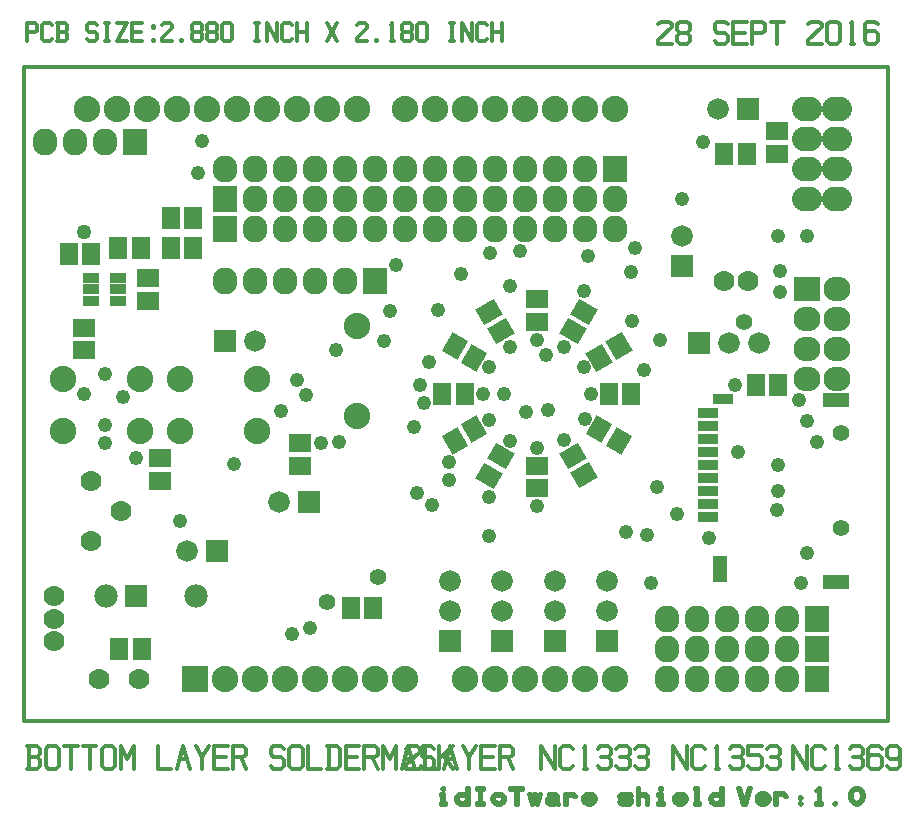
<source format=gbr>
G04 CAM350 V9.5.2 (Build 226) Date:  Mon Oct 03 15:16:43 2016 *
G04 Database: C:\new\NC1369\FINAL\0310.cam *
G04 Layer 2: 55.gbr *
%FSLAX23Y23*%
%MOIN*%
%SFA1.000B1.000*%

%MIA0B0*%
%IPPOS*%
%AMrect72x60_330*
4,1,4,-0.01618,0.04398,0.04618,0.00798,0.01618,-0.04398,-0.04618,-0.00798,-0.01618,0.04398,0.00000*
%
%AMrect72x60_300*
4,1,4,0.00798,0.04618,0.04398,-0.01618,-0.00798,-0.04618,-0.04398,0.01618,0.00798,0.04618,0.00000*
%
%AMrect72x60_240*
4,1,4,0.04398,0.01618,0.00798,-0.04618,-0.04398,-0.01618,-0.00798,0.04618,0.04398,0.01618,0.00000*
%
%AMrect72x60_210*
4,1,4,0.04618,-0.00798,-0.01618,-0.04398,-0.04618,0.00798,0.01618,0.04398,0.04618,-0.00798,0.00000*
%
%AMrect72x60_60*
4,1,4,-0.04398,-0.01618,-0.00798,0.04618,0.04398,0.01618,0.00798,-0.04618,-0.04398,-0.01618,0.00000*
%
%AMrect72x60_30*
4,1,4,-0.04618,0.00798,0.01618,0.04398,0.04618,-0.00798,-0.01618,-0.04398,-0.04618,0.00798,0.00000*
%
%AMrect72x60_150*
4,1,4,0.01618,-0.04398,-0.04618,-0.00798,-0.01618,0.04398,0.04618,0.00798,0.01618,-0.04398,0.00000*
%
%AMrect72x64_120*
4,1,4,-0.00971,-0.04718,-0.04571,0.01518,0.00971,0.04718,0.04571,-0.01518,-0.00971,-0.04718,0.00000*
%
%ADD10C,0.01200*%
%ADD12C,0.08800*%
%ADD14R,0.08800X0.08800*%
%ADD16R,0.06000X0.07200*%
%ADD17R,0.07800X0.07800*%
%ADD19C,0.07800*%
%ADD70C,0.07000*%
%ADD20R,0.07200X0.06000*%
%ADD21C,0.07200*%
%ADD24R,0.07200X0.07200*%
%ADD26C,0.04800*%
%ADD28R,0.05600X0.03200*%
%ADD29C,0.00160*%
%ADD72O,0.08200X0.09000*%
%ADD30R,0.08200X0.09000*%
%ADD32C,0.05000*%
%ADD34C,0.05600*%
%ADD37rect72x60_330*%
%ADD38rect72x60_300*%
%ADD39rect72x60_240*%
%ADD40rect72x60_210*%
%ADD41rect72x60_60*%
%ADD42rect72x60_30*%
%ADD43rect72x60_150*%
%ADD44rect72x64_120*%
%ADD45R,0.06800X0.03600*%
%ADD46R,0.08800X0.04800*%
%ADD47R,0.04800X0.08800*%
%ADD48O,0.09000X0.08200*%
%ADD50R,0.09000X0.08200*%
%ADD52O,0.10000X0.08200*%
%LN55.gbr*%
%LPD*%
G54D12*
X670Y140D03*
X770D03*
X870D03*
X970D03*
X1070D03*
X1170D03*
X1270D03*
X1470D03*
X1570D03*
X1670D03*
X1770D03*
X1870D03*
X1970D03*
Y2040D03*
X1870D03*
X1770D03*
X1670D03*
X1570D03*
X1470D03*
X1370D03*
X1270D03*
X1110D03*
X1010D03*
X910D03*
X810D03*
X710D03*
X610D03*
X510D03*
X410D03*
X310D03*
X210D03*
G54D14*
X570Y140D03*
G54D16*
X393Y240D03*
X318D03*
G54D17*
X375Y415D03*
G54D19*
X275D03*
X575D03*
G54D70*
X385Y140D03*
X251D03*
X100Y415D03*
Y340D03*
Y265D03*
X225Y600D03*
X325Y700D03*
X225Y800D03*
G54D20*
X455D03*
Y875D03*
G54D21*
X545Y564D03*
G54D24*
X645D03*
G54D12*
X386Y1140D03*
X130D03*
Y964D03*
X386D03*
X776Y1140D03*
X520D03*
Y964D03*
X776D03*
G54D26*
X375Y875D03*
X520Y664D03*
X270Y984D03*
Y924D03*
G54D16*
X390Y1575D03*
X315D03*
G54D20*
X415Y1475D03*
Y1400D03*
G54D16*
X565Y1575D03*
X490D03*
X150Y1555D03*
X225D03*
G54D28*
Y1400D03*
X315D03*
X225Y1438D03*
Y1475D03*
X315Y1438D03*
Y1475D03*
G54D20*
X200Y1310D03*
Y1235D03*
G54D26*
X270Y1154D03*
X200Y1090D03*
X330Y1079D03*
G54D72*
X170Y1930D03*
X270D03*
X70D03*
G54D30*
X370D03*
G54D16*
X565Y1675D03*
X490D03*
G54D32*
X200Y1630D03*
G54D34*
X1010Y395D03*
G54D26*
X895Y290D03*
X955Y310D03*
G54D20*
X921Y850D03*
Y925D03*
G54D12*
X1110Y1015D03*
Y1314D03*
G54D21*
X850Y730D03*
G54D24*
X950D03*
G54D26*
X1050Y930D03*
X856Y1033D03*
X991Y925D03*
X700Y854D03*
G54D21*
X770Y1265D03*
G54D24*
X670D03*
G54D72*
X970Y1465D03*
X1070D03*
X870D03*
X770D03*
X670D03*
G54D30*
X1170D03*
G54D26*
X940Y1084D03*
X910Y1134D03*
X1040Y1234D03*
G54D72*
X870Y1740D03*
X770D03*
X970D03*
X1070D03*
X1170D03*
G54D30*
X670D03*
G54D72*
X1270D03*
X1370D03*
X1470D03*
X1570D03*
X1670D03*
X1770D03*
X1870D03*
X1970D03*
X1770Y1840D03*
X1870D03*
X1670D03*
X1570D03*
X1470D03*
G54D30*
X1970D03*
G54D72*
X1370D03*
X1270D03*
X1170D03*
X1070D03*
X970D03*
X870D03*
X770D03*
X670D03*
X870Y1640D03*
X770D03*
X970D03*
X1070D03*
X1170D03*
G54D30*
X670D03*
G54D72*
X1270D03*
X1370D03*
X1470D03*
X1570D03*
X1670D03*
X1770D03*
X1870D03*
X1970D03*
G54D26*
X594Y1931D03*
X579Y1826D03*
G54D16*
X1164Y375D03*
X1089D03*
G54D21*
X1420Y465D03*
Y365D03*
G54D24*
Y265D03*
G54D34*
X1180Y479D03*
G54D37*
X1590Y881D03*
X1552Y816D03*
G54D38*
X1501Y971D03*
X1436Y933D03*
G54D26*
X1552Y1001D03*
X1416Y863D03*
X1310Y760D03*
X1552Y746D03*
X1360Y720D03*
X1300Y980D03*
X1416Y803D03*
X1550Y615D03*
G54D16*
X1470Y1090D03*
X1395D03*
G54D39*
X1501Y1210D03*
X1436Y1247D03*
G54D40*
X1590Y1298D03*
X1552Y1363D03*
G54D26*
X1530Y1090D03*
X1552Y1180D03*
X1456Y1487D03*
X1335Y1060D03*
X1320Y1120D03*
X1351Y1195D03*
X1553Y1558D03*
X1380Y1370D03*
X1200Y1264D03*
X1220Y1364D03*
X1240Y1520D03*
G54D21*
X1595Y465D03*
Y365D03*
G54D24*
Y265D03*
G54D21*
X1770Y465D03*
Y365D03*
G54D24*
Y265D03*
G54D21*
X1945Y465D03*
Y365D03*
G54D24*
Y265D03*
G54D41*
X1918Y971D03*
X1983Y933D03*
G54D42*
X1831Y882D03*
X1868Y817D03*
G54D20*
X1710Y850D03*
Y775D03*
G54D26*
X1870Y1006D03*
X1799Y935D03*
X1710Y910D03*
X1621Y932D03*
X1710Y715D03*
X2076Y620D03*
X1746Y1034D03*
X1675Y1030D03*
X2006Y630D03*
G54D43*
X1831Y1298D03*
X1868Y1363D03*
G54D44*
X1918Y1210D03*
X1983Y1247D03*
G54D16*
X1950Y1090D03*
X2025D03*
G54D20*
X1710Y1330D03*
Y1405D03*
G54D26*
X1890Y1090D03*
X1866Y1180D03*
X1620Y1245D03*
X1710Y1270D03*
X1801Y1246D03*
X1655Y1564D03*
X1867Y1432D03*
X2027Y1332D03*
X2025Y1495D03*
X2066Y1170D03*
X1739Y1220D03*
X1600Y1090D03*
X1880Y1547D03*
X1620Y1450D03*
X2037Y1576D03*
G54D72*
X2445Y140D03*
X2545D03*
X2345D03*
X2245D03*
X2145D03*
G54D30*
X2645D03*
G54D72*
X2445Y240D03*
X2545D03*
X2345D03*
X2245D03*
X2145D03*
G54D30*
X2645D03*
G54D72*
X2445Y340D03*
X2545D03*
X2345D03*
X2245D03*
X2145D03*
G54D30*
X2645D03*
G54D45*
X2280Y680D03*
Y723D03*
Y765D03*
Y809D03*
Y852D03*
Y895D03*
Y939D03*
Y982D03*
Y1025D03*
G54D46*
X2708Y1068D03*
Y463D03*
G54D47*
X2320Y506D03*
G54D45*
X2330Y1072D03*
G54D34*
X2724Y958D03*
Y643D03*
G54D26*
X2590Y460D03*
X2089Y459D03*
G54D48*
X2610Y1140D03*
Y1240D03*
Y1340D03*
X2710Y1440D03*
Y1340D03*
Y1240D03*
G54D50*
X2610Y1440D03*
G54D48*
X2710Y1140D03*
G54D26*
X2514Y852D03*
Y765D03*
X2510Y703D03*
X2380Y895D03*
X2285Y607D03*
X2110Y779D03*
X2177Y687D03*
G54D16*
X2440Y1117D03*
X2515D03*
G54D21*
X2195Y1615D03*
G54D24*
Y1515D03*
G54D21*
X2450Y1260D03*
X2350D03*
G54D24*
X2250D03*
G54D70*
X2415Y1465D03*
X2335D03*
G54D26*
X2120Y1270D03*
G54D34*
X2400Y1330D03*
G54D26*
X2520Y1430D03*
X2585Y1067D03*
X2370Y1117D03*
X2520Y1500D03*
G54D16*
X2335Y1890D03*
X2410D03*
G54D20*
X2510D03*
Y1965D03*
G54D52*
X2610Y1940D03*
X2710D03*
Y2040D03*
X2610D03*
Y1840D03*
X2710D03*
X2610Y1740D03*
X2710D03*
G54D21*
X2315Y2040D03*
G54D24*
X2415D03*
G54D26*
X2265Y1930D03*
X2515Y1615D03*
X2195Y1740D03*
X2610Y560D03*
X2645Y927D03*
X2610Y997D03*
Y1615D03*
G54D10*
X0Y0D02*
G01X2880D01*
X0Y2180D02*
G01Y0D01*
X10Y2265D02*
G01Y2325D01*
X38*
X45Y2318*
Y2300*
X38Y2295*
X10*
X95Y2273D02*
G01X88Y2265D01*
X68*
X60Y2273*
Y2318*
X68Y2325*
X88*
X95Y2318*
X138Y2295D02*
G01X145Y2303D01*
Y2318D02*
G01X138Y2325D01*
X115D02*
G01Y2265D01*
X110D02*
G01X138D01*
X145Y2273*
Y2288*
X138Y2295*
X115*
X110Y2325D02*
G01X138D01*
X145Y2318D02*
G01Y2303D01*
X210Y2273D02*
G01X218Y2265D01*
X238*
X245Y2273*
Y2288*
X238Y2295*
X218*
X210Y2303*
Y2318*
X218Y2325*
X238*
X245Y2318*
X270Y2265D02*
G01X285D01*
X278D02*
G01Y2325D01*
X270D02*
G01X285D01*
X310D02*
G01X345D01*
X310Y2265*
X345*
X395D02*
G01X360D01*
Y2325*
X395*
X360Y2295D02*
G01X390D01*
X430Y2270D02*
G01X435D01*
Y2265*
X430*
Y2270*
Y2315D02*
G01X435D01*
Y2310*
X430*
Y2315*
X460Y2318D02*
G01X468Y2325D01*
X488*
X495Y2318*
Y2310*
X460Y2265D02*
G01X495D01*
X460Y2275D02*
G01X495Y2310D01*
X460Y2275D02*
G01Y2265D01*
X525D02*
G01Y2268D01*
X528*
Y2265*
X525*
X568Y2325D02*
G01X588D01*
X595Y2318*
Y2303*
X588Y2295*
X568*
X560Y2288*
Y2273*
X568Y2265*
X588*
X595Y2273*
Y2288*
X588Y2295*
X568D02*
G01X560Y2303D01*
Y2318*
X568Y2325*
X618D02*
G01X638D01*
X645Y2318*
Y2303*
X638Y2295*
X618*
X610Y2288*
Y2273*
X618Y2265*
X638*
X645Y2273*
Y2288*
X638Y2295*
X618D02*
G01X610Y2303D01*
Y2318*
X618Y2325*
X660Y2273D02*
G01Y2318D01*
X668Y2325*
X688*
X695Y2318*
Y2273*
X688Y2265*
X668*
X660Y2273*
X770Y2265D02*
G01X785D01*
X778D02*
G01Y2325D01*
X770D02*
G01X785D01*
X810Y2265D02*
G01Y2325D01*
X845Y2265*
Y2325*
X895Y2273D02*
G01X888Y2265D01*
X868*
X860Y2273*
Y2318*
X868Y2325*
X888*
X895Y2318*
X910Y2265D02*
G01Y2325D01*
Y2295D02*
G01X945D01*
Y2325D02*
G01Y2265D01*
X1010D02*
G01X1045Y2325D01*
X1010D02*
G01X1045Y2265D01*
X1110Y2318D02*
G01X1118Y2325D01*
X1138*
X1145Y2318*
Y2310*
X1110Y2265D02*
G01X1145D01*
X1110Y2275D02*
G01X1145Y2310D01*
X1110Y2275D02*
G01Y2265D01*
X1175D02*
G01Y2268D01*
X1178*
Y2265*
X1175*
X1223D02*
G01X1233D01*
X1228D02*
G01Y2325D01*
X1223Y2320*
X1268Y2325D02*
G01X1288D01*
X1295Y2318*
Y2303*
X1288Y2295*
X1268*
X1260Y2288*
Y2273*
X1268Y2265*
X1288*
X1295Y2273*
Y2288*
X1288Y2295*
X1268D02*
G01X1260Y2303D01*
Y2318*
X1268Y2325*
X1310Y2273D02*
G01Y2318D01*
X1318Y2325*
X1338*
X1345Y2318*
Y2273*
X1338Y2265*
X1318*
X1310Y2273*
X1420Y2265D02*
G01X1435D01*
X1428D02*
G01Y2325D01*
X1420D02*
G01X1435D01*
X1460Y2265D02*
G01Y2325D01*
X1495Y2265*
Y2325*
X1545Y2273D02*
G01X1538Y2265D01*
X1518*
X1510Y2273*
Y2318*
X1518Y2325*
X1538*
X1545Y2318*
X1560Y2265D02*
G01Y2325D01*
Y2295D02*
G01X1595D01*
Y2325D02*
G01Y2265D01*
X2880Y2180D02*
G01X0D01*
X44Y-123D02*
G01X54Y-113D01*
Y-94D02*
G01X44Y-85D01*
X16D02*
G01Y-160D01*
X10D02*
G01X44D01*
X54Y-151*
Y-132*
X44Y-123*
X16*
X10Y-85D02*
G01X44D01*
X54Y-94D02*
G01Y-113D01*
X73Y-151D02*
G01Y-94D01*
X82Y-85*
X107*
X116Y-94*
Y-151*
X107Y-160*
X82*
X73Y-151*
X157Y-160D02*
G01Y-85D01*
X135D02*
G01X179D01*
X219Y-160D02*
G01Y-85D01*
X198D02*
G01X241D01*
X260Y-151D02*
G01Y-94D01*
X269Y-85*
X294*
X304Y-94*
Y-151*
X294Y-160*
X269*
X260Y-151*
X323Y-160D02*
G01Y-85D01*
X344Y-129*
X366Y-85*
Y-160*
X491D02*
G01X448D01*
Y-85*
X510Y-160D02*
G01X532Y-85D01*
X554Y-160*
X519Y-129D02*
G01X544D01*
X573Y-85D02*
G01X594Y-123D01*
Y-160*
Y-123D02*
G01X616Y-85D01*
X679Y-160D02*
G01X635D01*
Y-85*
X679*
X635Y-123D02*
G01X673D01*
X698Y-160D02*
G01Y-85D01*
X732*
X741Y-94*
Y-116*
X732Y-123*
X698*
X723D02*
G01X741Y-160D01*
X823Y-151D02*
G01X832Y-160D01*
X857*
X866Y-151*
Y-132*
X857Y-123*
X832*
X823Y-113*
Y-94*
X832Y-85*
X857*
X866Y-94*
X885Y-151D02*
G01Y-94D01*
X894Y-85*
X919*
X929Y-94*
Y-151*
X919Y-160*
X894*
X885Y-151*
X991Y-160D02*
G01X948D01*
Y-85*
X1016Y-160D02*
G01Y-85D01*
X1010D02*
G01X1044D01*
X1054Y-94*
Y-151*
X1044Y-160*
X1010*
X1116D02*
G01X1073D01*
Y-85*
X1116*
X1073Y-123D02*
G01X1110D01*
X1135Y-160D02*
G01Y-85D01*
X1169*
X1179Y-94*
Y-116*
X1169Y-123*
X1135*
X1160D02*
G01X1179Y-160D01*
X1198D02*
G01Y-85D01*
X1219Y-129*
X1241Y-85*
Y-160*
X1260D02*
G01X1282Y-85D01*
X1304Y-160*
X1269Y-129D02*
G01X1294D01*
X1323Y-151D02*
G01X1332Y-160D01*
X1357*
X1366Y-151*
Y-132*
X1357Y-123*
X1332*
X1323Y-113*
Y-94*
X1332Y-85*
X1357*
X1366Y-94*
X1385Y-160D02*
G01Y-85D01*
Y-129D02*
G01X1429Y-85D01*
X1398Y-116D02*
G01X1429Y-160D01*
X1275Y-94D02*
G01X1284Y-85D01*
X1309*
X1319Y-94*
Y-104*
X1275Y-160D02*
G01X1319D01*
X1275Y-148D02*
G01X1319Y-104D01*
X1275Y-148D02*
G01Y-160D01*
X1381D02*
G01X1338D01*
Y-85*
X1400Y-160D02*
G01X1422Y-85D01*
X1444Y-160*
X1409Y-129D02*
G01X1434D01*
X1463Y-85D02*
G01X1484Y-123D01*
Y-160*
Y-123D02*
G01X1506Y-85D01*
X1569Y-160D02*
G01X1525D01*
Y-85*
X1569*
X1525Y-123D02*
G01X1563D01*
X1588Y-160D02*
G01Y-85D01*
X1622*
X1631Y-94*
Y-116*
X1622Y-123*
X1588*
X1613D02*
G01X1631Y-160D01*
X1389Y-244D02*
G01X1401D01*
X1395Y-229D02*
G01X1396Y-231D01*
X1398Y-232*
X1400Y-231*
X1401Y-229*
X1400Y-226*
X1398*
X1396*
X1395Y-229*
X1389Y-244D02*
G01Y-250D01*
X1395*
Y-274*
X1389*
Y-280*
X1407*
Y-274*
X1401*
Y-244*
G54D29*
X1406Y-279D02*
G01Y-275D01*
X1405*
Y-279*
X1404*
Y-275*
X1402*
Y-279*
X1401D02*
G01Y-245D01*
Y-230D02*
G01Y-228D01*
X1399Y-279D02*
G01Y-245D01*
Y-231D02*
G01Y-227D01*
X1398Y-279D02*
G01Y-245D01*
Y-231D02*
G01Y-226D01*
X1396Y-279D02*
G01Y-245D01*
Y-230D02*
G01Y-227D01*
X1395Y-279D02*
G01Y-275D01*
Y-249D02*
G01Y-245D01*
X1393Y-279D02*
G01Y-275D01*
Y-249D02*
G01Y-245D01*
X1392Y-279D02*
G01Y-275D01*
Y-249D02*
G01Y-245D01*
X1390Y-279D02*
G01Y-275D01*
Y-249D02*
G01Y-245D01*
Y-279D02*
G01Y-275D01*
Y-249D02*
G01Y-245D01*
G54D10*
X1459Y-244D02*
G01X1455D01*
X1452Y-245*
X1450Y-246*
X1447Y-248*
X1445Y-250*
X1443Y-253*
X1442Y-256*
X1441Y-259*
Y-262*
Y-265*
X1442Y-268*
X1443Y-271*
X1445Y-274*
X1447Y-276*
X1450Y-278*
X1452Y-279*
X1455Y-280*
X1459*
Y-244D02*
G01X1465D01*
X1459Y-280D02*
G01X1466D01*
X1483D02*
G01Y-226D01*
Y-280D02*
G01X1477D01*
Y-226D02*
G01X1483D01*
X1465Y-274D02*
G01X1467D01*
X1469Y-273*
X1471Y-272*
X1472Y-271*
X1474Y-270*
X1475Y-268*
X1476Y-266*
X1477Y-264*
Y-262*
Y-260*
X1476Y-258*
X1475Y-256*
X1474Y-254*
X1472Y-253*
X1471Y-251*
X1469Y-250*
X1467*
X1465*
X1459D02*
G01X1457D01*
X1455*
X1453Y-251*
X1451Y-253*
X1449Y-254*
X1448Y-256*
X1447Y-258*
Y-260*
Y-262*
Y-264*
Y-266*
X1448Y-268*
X1449Y-270*
X1451Y-271*
X1453Y-272*
X1455Y-273*
X1457Y-274*
X1459*
X1465Y-250D02*
G01X1459D01*
Y-274D02*
G01X1465D01*
X1466Y-280D02*
G01X1469D01*
X1472Y-279*
X1474Y-277*
X1477Y-276*
Y-248D02*
G01X1474Y-246D01*
X1471Y-245*
X1468Y-244*
X1465*
X1477Y-275D02*
G01Y-280D01*
Y-248D02*
G01Y-226D01*
G54D29*
X1482Y-279D02*
G01Y-226D01*
X1481*
Y-279*
X1479*
Y-226*
X1478*
Y-279*
X1476Y-275D02*
G01Y-266D01*
Y-257D02*
G01Y-249D01*
X1475Y-276D02*
G01Y-269D01*
Y-254D02*
G01Y-248D01*
X1473Y-277D02*
G01Y-271D01*
Y-253D02*
G01Y-247D01*
X1472Y-278D02*
G01Y-272D01*
Y-251D02*
G01Y-246D01*
X1470Y-278D02*
G01Y-273D01*
Y-250D02*
G01Y-245D01*
X1469Y-279D02*
G01Y-274D01*
Y-250D02*
G01Y-245D01*
X1468Y-279D02*
G01Y-274D01*
Y-249D02*
G01Y-245D01*
X1466Y-279D02*
G01Y-275D01*
Y-249D02*
G01Y-245D01*
X1465Y-279D02*
G01Y-275D01*
Y-249D02*
G01Y-245D01*
X1463Y-279D02*
G01Y-275D01*
Y-249D02*
G01Y-245D01*
X1462Y-279D02*
G01Y-275D01*
Y-249D02*
G01Y-245D01*
X1460Y-279D02*
G01Y-275D01*
Y-249D02*
G01Y-245D01*
X1459Y-279D02*
G01Y-275D01*
Y-249D02*
G01Y-245D01*
X1457Y-279D02*
G01Y-275D01*
Y-249D02*
G01Y-245D01*
X1456Y-279D02*
G01Y-274D01*
Y-249D02*
G01Y-245D01*
X1454Y-279D02*
G01Y-274D01*
Y-250D02*
G01Y-245D01*
X1453Y-278D02*
G01Y-273D01*
Y-250D02*
G01Y-245D01*
X1452Y-278D02*
G01Y-272D01*
Y-251D02*
G01Y-246D01*
X1450Y-277D02*
G01Y-271D01*
Y-253D02*
G01Y-247D01*
X1449Y-276D02*
G01Y-269D01*
Y-254D02*
G01Y-248D01*
X1447Y-275D02*
G01Y-266D01*
Y-257D02*
G01Y-249D01*
X1446Y-250D02*
G01Y-274D01*
X1444Y-272*
Y-252*
X1443Y-254*
Y-270*
X1441Y-266*
Y-257*
Y-266*
G54D10*
X1510Y-280D02*
G01Y-274D01*
X1519*
Y-232*
X1510*
Y-226*
X1534*
Y-232*
X1525*
Y-274*
X1534*
Y-280*
X1510*
G54D29*
X1533Y-279D02*
G01Y-275D01*
Y-231D02*
G01Y-226D01*
X1532Y-279D02*
G01Y-275D01*
Y-231D02*
G01Y-226D01*
X1531Y-279D02*
G01Y-275D01*
Y-231D02*
G01Y-226D01*
X1529Y-279D02*
G01Y-275D01*
Y-231D02*
G01Y-226D01*
X1528Y-279D02*
G01Y-275D01*
Y-231D02*
G01Y-226D01*
X1526Y-279D02*
G01Y-275D01*
Y-231D02*
G01Y-226D01*
X1525Y-279D02*
G01Y-226D01*
X1523*
Y-279*
X1522*
Y-226*
X1520*
Y-279*
X1519D02*
G01Y-275D01*
Y-231D02*
G01Y-226D01*
X1517Y-279D02*
G01Y-275D01*
Y-231D02*
G01Y-226D01*
X1516Y-279D02*
G01Y-275D01*
Y-231D02*
G01Y-226D01*
X1515Y-279D02*
G01Y-275D01*
Y-231D02*
G01Y-226D01*
X1513Y-279D02*
G01Y-275D01*
Y-231D02*
G01Y-226D01*
X1512Y-279D02*
G01Y-275D01*
Y-231D02*
G01Y-226D01*
X1511Y-279D02*
G01Y-275D01*
Y-231D02*
G01Y-226D01*
G54D10*
X1580Y-244D02*
G01X1576D01*
X1573Y-245*
X1571Y-246*
X1568Y-248*
X1566Y-250*
X1564Y-253*
X1563Y-256*
X1562Y-259*
Y-262*
Y-265*
X1563Y-268*
X1564Y-271*
X1566Y-274*
X1568Y-276*
X1571Y-278*
X1573Y-279*
X1576Y-280*
X1580*
X1586D02*
G01X1589D01*
X1592Y-279*
X1595Y-278*
X1597Y-276*
X1600Y-274*
X1601Y-271*
X1603Y-268*
X1604Y-265*
Y-262*
Y-259*
X1603Y-256*
X1601Y-253*
X1600Y-250*
X1597Y-248*
X1595Y-246*
X1592Y-245*
X1589Y-244*
X1586*
X1580D02*
G01X1586D01*
X1580Y-280D02*
G01X1586D01*
X1580Y-250D02*
G01X1578D01*
X1576*
X1574Y-251*
X1572Y-253*
X1570Y-254*
X1569Y-256*
X1568Y-258*
Y-260*
Y-262*
Y-264*
Y-266*
X1569Y-268*
X1570Y-270*
X1572Y-271*
X1574Y-272*
X1576Y-273*
X1578Y-274*
X1580*
X1586D02*
G01X1588D01*
X1590Y-273*
X1592Y-272*
X1593Y-271*
X1595Y-270*
X1596Y-268*
X1597Y-266*
X1598Y-264*
Y-262*
Y-260*
X1597Y-258*
X1596Y-256*
X1595Y-254*
X1593Y-253*
X1592Y-251*
X1590Y-250*
X1588*
X1586*
Y-250D02*
G01X1580D01*
Y-274D02*
G01X1586D01*
G54D29*
X1575Y-279D02*
G01X1590D01*
X1594Y-278*
X1572*
X1569Y-276*
X1596*
X1598Y-275*
X1568*
X1566Y-273D02*
G01X1575D01*
X1590D02*
G01X1599D01*
X1565Y-272D02*
G01X1572D01*
X1593D02*
G01X1600D01*
X1564Y-270D02*
G01X1570D01*
X1595D02*
G01X1601D01*
X1564Y-269D02*
G01X1569D01*
X1596D02*
G01X1602D01*
X1563Y-268D02*
G01X1568D01*
X1597D02*
G01X1602D01*
X1563Y-266D02*
G01X1568D01*
X1598D02*
G01X1603D01*
X1563Y-265D02*
G01X1567D01*
X1598D02*
G01X1603D01*
X1562Y-263D02*
G01X1567D01*
X1599D02*
G01X1603D01*
X1562Y-262D02*
G01X1567D01*
X1599D02*
G01X1603D01*
X1562Y-260D02*
G01X1567D01*
X1598D02*
G01X1603D01*
X1563Y-259D02*
G01X1567D01*
X1598D02*
G01X1603D01*
X1563Y-257D02*
G01X1568D01*
X1598D02*
G01X1602D01*
X1563Y-256D02*
G01X1568D01*
X1597D02*
G01X1602D01*
X1564Y-254D02*
G01X1569D01*
X1596D02*
G01X1601D01*
X1565Y-253D02*
G01X1571D01*
X1595D02*
G01X1601D01*
X1565Y-252D02*
G01X1572D01*
X1593D02*
G01X1600D01*
X1567Y-250D02*
G01X1576D01*
X1589D02*
G01X1599D01*
X1597Y-249D02*
G01X1568D01*
X1570Y-247*
X1596*
X1593Y-246*
X1572*
X1575Y-245*
X1590*
G54D10*
X1622Y-232D02*
G01Y-226D01*
X1664*
Y-232*
X1646*
Y-280*
X1640*
Y-232*
X1622*
G54D29*
X1623Y-226D02*
G01Y-231D01*
X1624*
Y-226*
X1626*
Y-231*
X1627*
Y-226*
X1629*
Y-231*
X1630*
Y-226*
X1632*
Y-231*
X1633*
Y-226*
X1634*
Y-231*
X1636*
Y-226*
X1637*
Y-231*
X1639*
Y-226*
X1640*
Y-279*
X1642*
Y-226*
X1643*
Y-279*
X1645*
Y-226*
X1646*
Y-279*
X1648Y-231*
Y-226*
X1649*
Y-231*
X1650*
Y-226*
X1652*
Y-231*
X1653*
Y-226*
X1655*
Y-231*
X1656*
Y-226*
X1658*
Y-231*
X1659*
Y-226*
X1661*
Y-231*
X1662*
Y-226*
X1664*
Y-231*
Y-226*
G54D10*
X1683Y-244D02*
G01X1693Y-280D01*
X1714D02*
G01X1725Y-244D01*
X1683D02*
G01X1689D01*
X1695Y-264*
X1701Y-244*
X1707*
X1713Y-264*
X1714Y-280D02*
G01X1711D01*
X1704Y-254*
X1693Y-280D02*
G01X1696D01*
X1704Y-254*
X1725Y-244D02*
G01X1719D01*
X1713Y-264*
G54D29*
X1684Y-244D02*
G01X1694Y-279D01*
X1695*
X1685Y-244*
X1687*
X1696Y-278*
X1697Y-275*
X1688Y-244*
X1695Y-264*
X1698Y-273*
X1699Y-270*
X1696Y-261*
X1697Y-259*
X1699Y-267*
X1700Y-265*
X1698Y-256*
Y-253*
X1701Y-262*
X1702Y-260*
X1699Y-251*
X1700Y-248*
X1702Y-257*
X1703Y-254*
X1701Y-246*
X1702Y-244*
X1712Y-279*
X1713*
X1703Y-244*
X1705*
X1714Y-278*
X1715Y-275*
X1706Y-244*
X1713Y-264*
X1716Y-273*
X1717Y-270*
X1714Y-261*
X1715Y-259*
X1718Y-267*
Y-265*
X1716Y-256*
Y-253*
X1719Y-262*
X1720Y-260*
X1717Y-251*
X1718Y-248*
X1721Y-257*
Y-254*
X1719Y-246*
X1720Y-244*
X1722Y-252*
X1723Y-249*
X1721Y-244*
X1723*
X1724Y-247*
Y-244*
G54D10*
X1779Y-256D02*
G01Y-271D01*
X1767Y-244D02*
G01X1749D01*
X1755Y-280D02*
G01X1767D01*
X1768Y-256D02*
G01X1755D01*
X1749Y-244D02*
G01Y-250D01*
X1768*
X1774Y-256D02*
G01X1772Y-252D01*
X1768Y-250*
X1779Y-271D02*
G01X1781Y-275D01*
X1785Y-277*
Y-280D02*
G01Y-277D01*
X1768Y-274D02*
G01X1772Y-272D01*
X1774Y-268*
X1772Y-264*
X1768Y-262*
X1756D02*
G01X1752Y-264D01*
X1750Y-268*
X1752Y-272*
X1756Y-274*
Y-274D02*
G01X1768D01*
X1756Y-262D02*
G01X1768D01*
X1774Y-258D02*
G01X1772Y-257D01*
X1770Y-256*
X1768*
X1774Y-258D02*
G01Y-256D01*
X1767Y-280D02*
G01X1769D01*
X1772Y-279*
X1774Y-278*
X1776Y-277*
Y-277D02*
G01X1779Y-279D01*
X1782Y-280*
X1785*
X1755Y-256D02*
G01X1753D01*
X1751Y-257*
X1749*
X1747Y-259*
X1746Y-260*
X1745Y-262*
X1744Y-264*
X1743Y-266*
Y-268*
Y-270*
X1744Y-272*
X1745Y-274*
X1746Y-276*
X1747Y-277*
X1749Y-278*
X1751Y-279*
X1753Y-280*
X1755*
X1779Y-256D02*
G01Y-254D01*
Y-252*
X1778Y-250*
X1776Y-248*
X1775Y-247*
X1773Y-245*
X1771Y-244*
X1769*
X1767*
G54D29*
X1752Y-279D02*
G01X1771D01*
X1781D02*
G01X1785D01*
X1749Y-278D02*
G01X1774D01*
X1777D02*
G01X1785D01*
X1747Y-276D02*
G01X1782D01*
X1780Y-275*
X1746*
X1745Y-273D02*
G01X1753D01*
X1771D02*
G01X1779D01*
X1745Y-272D02*
G01X1751D01*
X1773D02*
G01X1779D01*
X1744Y-271D02*
G01X1750D01*
X1774D02*
G01X1779D01*
X1744Y-269D02*
G01X1749D01*
X1775D02*
G01X1779D01*
X1744Y-268D02*
G01X1749D01*
X1775D02*
G01X1779D01*
X1744Y-266D02*
G01X1749D01*
X1775D02*
G01X1779D01*
X1744Y-265D02*
G01X1750D01*
X1774D02*
G01X1779D01*
X1745Y-263D02*
G01X1751D01*
X1773D02*
G01X1779D01*
X1745Y-262D02*
G01X1779D01*
Y-260*
X1746*
X1748Y-259*
X1779*
X1750Y-257D02*
G01X1772D01*
X1774D02*
G01X1779D01*
X1754Y-256D02*
G01X1769D01*
X1774D02*
G01X1779D01*
X1778Y-255D02*
G01X1774D01*
Y-253*
X1778*
Y-252*
X1773*
X1771Y-250*
X1777*
X1776Y-249*
X1750*
Y-247*
X1775*
X1773Y-246*
X1750*
Y-245*
X1771*
G54D10*
X1804Y-280D02*
G01Y-244D01*
X1840Y-256D02*
G01Y-254D01*
X1839Y-252*
X1838Y-250*
X1837Y-248*
X1835Y-247*
X1834Y-245*
X1832Y-244*
X1830*
X1828*
X1816D02*
G01X1813D01*
X1811*
X1810Y-245*
X1816Y-244D02*
G01X1828D01*
X1840Y-256D02*
G01X1834D01*
Y-256D02*
G01X1832Y-252D01*
X1828Y-250*
Y-250D02*
G01X1816D01*
Y-250D02*
G01X1811Y-252D01*
X1810Y-256*
Y-256D02*
G01Y-280D01*
X1804Y-244D02*
G01X1810D01*
Y-245*
Y-280D02*
G01X1804D01*
G54D29*
X1839Y-255D02*
G01Y-252D01*
X1838Y-250*
Y-255*
X1836*
Y-248*
X1835Y-247*
Y-255*
X1833Y-252*
Y-246*
X1832Y-245*
Y-250*
X1830*
Y-245*
X1829*
Y-249*
X1827*
Y-245*
X1826*
Y-249*
X1824*
Y-245*
X1823*
Y-249*
X1822*
Y-245*
X1820*
Y-249*
X1819*
Y-245*
X1817*
Y-249*
X1816*
Y-245*
X1814*
Y-249*
X1813Y-250*
Y-245*
X1811*
Y-251*
X1810Y-253*
Y-246*
X1808Y-245*
Y-279*
X1807*
Y-245*
X1806*
Y-279*
X1804*
Y-245*
G54D10*
X1882Y-244D02*
G01X1879D01*
X1876Y-245*
X1873Y-246*
X1870Y-248*
X1868Y-250*
X1866Y-253*
X1865Y-256*
X1864Y-259*
Y-262*
Y-265*
X1865Y-268*
X1866Y-271*
X1868Y-274*
X1870Y-276*
X1873Y-278*
X1876Y-279*
X1879Y-280*
X1882*
X1906Y-262D02*
G01Y-259D01*
X1905Y-256*
X1904Y-253*
X1902Y-250*
X1900Y-248*
X1897Y-246*
X1894Y-245*
X1891Y-244*
X1888*
Y-244D02*
G01X1882D01*
G54D29*
X1893Y-245D02*
G01X1878D01*
X1874Y-246*
X1896*
X1898Y-247*
X1872*
X1870Y-249*
X1900*
X1901Y-250D02*
G01X1893D01*
X1877D02*
G01X1869D01*
X1902Y-252D02*
G01X1896D01*
X1874D02*
G01X1868D01*
X1903Y-253D02*
G01X1898D01*
X1873D02*
G01X1867D01*
X1904Y-255D02*
G01X1899D01*
X1871D02*
G01X1866D01*
X1905Y-256D02*
G01X1900D01*
X1871D02*
G01X1866D01*
X1905Y-258D02*
G01X1900D01*
X1870D02*
G01X1865D01*
X1905Y-259D02*
G01X1865D01*
Y-261*
X1905*
X1906Y-262*
X1865*
Y-263*
X1905*
Y-265*
X1865*
Y-266*
X1870*
X1871Y-268*
X1866*
Y-269*
X1872*
X1873Y-271*
X1867*
X1902Y-272D02*
G01X1895D01*
X1875D02*
G01X1868D01*
X1901Y-274D02*
G01X1892D01*
X1878D02*
G01X1869D01*
X1870Y-275D02*
G01X1900D01*
X1898Y-277*
X1872*
X1875Y-278*
X1896*
X1893Y-279*
X1878*
G54D10*
X1888Y-274D02*
G01X1890D01*
X1892Y-273*
X1894Y-272*
X1896Y-271*
X1888Y-280D02*
G01X1891D01*
X1894Y-279*
X1897Y-278*
X1900Y-276*
X1902Y-274*
X1904Y-271*
Y-271D02*
G01X1896D01*
X1882Y-280D02*
G01X1888D01*
X1882Y-274D02*
G01X1888D01*
X1900Y-259D02*
G01X1870D01*
X1882Y-250D02*
G01X1880D01*
X1878*
X1876Y-251*
X1875Y-252*
X1873Y-254*
X1872Y-255*
X1871Y-257*
X1870Y-259*
Y-265D02*
G01X1871Y-267D01*
X1872Y-269*
X1873Y-270*
X1875Y-271*
X1876Y-273*
X1878*
X1880Y-274*
X1882*
X1900Y-259D02*
G01X1899Y-257D01*
X1898Y-255*
X1897Y-254*
X1896Y-252*
X1894Y-251*
X1892Y-250*
X1890*
X1888*
X1906Y-265D02*
G01Y-262D01*
Y-265D02*
G01X1870D01*
X1882Y-250D02*
G01X1888D01*
X2027Y-253D02*
G01X2025Y-246D01*
X2018Y-244*
Y-244D02*
G01X1996D01*
X2017Y-280D02*
G01X1994D01*
X1985Y-271D02*
G01X1988Y-277D01*
X1994Y-280*
X2017Y-259D02*
G01X1996D01*
Y-265D02*
G01X2018D01*
Y-274D02*
G01X1994D01*
X1985Y-271D02*
G01X1991D01*
X1996Y-250D02*
G01X2018D01*
X2027Y-253D02*
G01X2021D01*
Y-253D02*
G01X2020Y-251D01*
X2018Y-250*
X1996Y-244D02*
G01X1994D01*
X1992*
X1990Y-245*
X1989Y-246*
X1987Y-247*
X1986Y-249*
Y-251*
X1985Y-252*
Y-254*
Y-256*
X1986Y-258*
Y-260*
X1987Y-261*
X1989Y-262*
X1990Y-263*
X1992Y-264*
X1994Y-265*
X1996*
Y-250D02*
G01X1992Y-251D01*
X1991Y-254*
X1992Y-257*
X1996Y-259*
X2017Y-280D02*
G01X2019D01*
X2020Y-279*
X2022*
X2024Y-278*
X2025Y-276*
X2026Y-275*
X2027Y-273*
Y-271*
Y-269*
Y-268*
Y-266*
X2026Y-264*
X2025Y-263*
X2024Y-261*
X2022Y-260*
X2020Y-259*
X2019*
X2017*
X2018Y-274D02*
G01X2021Y-273D01*
X2023Y-269*
X2021Y-266*
X2018Y-265*
X1991Y-271D02*
G01X1992Y-273D01*
X1994Y-274*
G54D29*
X2021Y-245D02*
G01X1992D01*
X1990Y-246*
X2023*
X2025Y-247*
X1988*
X1987Y-249*
X2026*
Y-250D02*
G01X2021D01*
X1993D02*
G01X1987D01*
X2026Y-252D02*
G01X2022D01*
X1991D02*
G01X1986D01*
X1990Y-253D02*
G01X1986D01*
Y-255*
X1990*
X1991Y-256*
X1986*
Y-258*
X1992*
X2018Y-259*
X1987*
X1988Y-261*
X2022*
X2023Y-262*
X1989*
X1991Y-263*
X2025*
X2026Y-265*
X1996*
X2022Y-266*
X2026*
Y-268*
X2023*
X2024Y-269*
X2027*
X2026Y-271*
X2023*
X2026Y-272D02*
G01X2023D01*
X1991D02*
G01X1986D01*
X2026Y-274D02*
G01X2021D01*
X1992D02*
G01X1986D01*
X1987Y-275D02*
G01X2025D01*
X2024Y-277*
X1988*
X1989Y-278*
X2022*
X2020Y-279*
X1991*
G54D10*
X2052Y-248D02*
G01Y-226D01*
X2064Y-244D02*
G01X2060D01*
X2057Y-245*
X2054Y-246*
X2052Y-248*
X2082Y-262D02*
G01Y-259D01*
X2081Y-256*
X2079Y-253*
X2078Y-250*
X2075Y-248*
X2073Y-246*
X2070Y-245*
X2067Y-244*
X2064*
X2082Y-262D02*
G01Y-280D01*
X2046Y-226D02*
G01X2052D01*
X2082Y-280D02*
G01X2076D01*
Y-259*
X2046Y-226D02*
G01Y-280D01*
X2052*
X2076Y-259D02*
G01X2075Y-257D01*
X2074Y-255*
X2073Y-253*
X2071Y-252*
X2069Y-251*
X2067Y-250*
X2065*
X2063*
X2060*
X2058Y-251*
X2056Y-252*
X2055Y-253*
X2053Y-255*
X2052Y-257*
Y-259*
Y-259D02*
G01Y-280D01*
G54D29*
X2046Y-226D02*
G01Y-279D01*
X2048*
Y-226*
X2049*
Y-279*
X2051*
Y-226*
X2052Y-249*
Y-257*
X2054Y-254*
Y-248*
X2055Y-247*
Y-252*
X2056Y-251*
Y-246*
X2058Y-245*
Y-250*
X2059*
Y-245*
X2061*
Y-249*
X2062*
Y-245*
X2064*
Y-249*
X2065*
Y-245*
X2067*
Y-249*
X2068Y-250*
Y-245*
X2070*
Y-250*
X2071Y-251*
Y-246*
X2072Y-247*
Y-253*
X2074Y-254*
Y-248*
X2075Y-249*
Y-257*
X2077Y-279*
Y-250*
X2078Y-252*
Y-279*
X2080*
Y-254*
X2081Y-257*
Y-279*
G54D10*
X2115Y-244D02*
G01X2127D01*
X2121Y-229D02*
G01X2122Y-231D01*
X2124Y-232*
X2126Y-231*
X2127Y-229*
X2126Y-226*
X2124*
X2122*
X2121Y-229*
X2115Y-244D02*
G01Y-250D01*
X2121*
Y-274*
X2115*
Y-280*
X2133*
Y-274*
X2127*
Y-244*
G54D29*
X2132Y-279D02*
G01Y-275D01*
X2131*
Y-279*
X2130*
Y-275*
X2128*
Y-279*
X2127D02*
G01Y-245D01*
Y-230D02*
G01Y-228D01*
X2125Y-279D02*
G01Y-245D01*
Y-231D02*
G01Y-227D01*
X2124Y-279D02*
G01Y-245D01*
Y-231D02*
G01Y-226D01*
X2122Y-279D02*
G01Y-245D01*
Y-230D02*
G01Y-227D01*
X2121Y-279D02*
G01Y-275D01*
Y-249D02*
G01Y-245D01*
X2119Y-279D02*
G01Y-275D01*
Y-249D02*
G01Y-245D01*
X2118Y-279D02*
G01Y-275D01*
Y-249D02*
G01Y-245D01*
X2116Y-279D02*
G01Y-275D01*
Y-249D02*
G01Y-245D01*
Y-279D02*
G01Y-275D01*
Y-249D02*
G01Y-245D01*
G54D10*
X2185Y-244D02*
G01X2181D01*
X2178Y-245*
X2176Y-246*
X2173Y-248*
X2171Y-250*
X2169Y-253*
X2168Y-256*
X2167Y-259*
Y-262*
Y-265*
X2168Y-268*
X2169Y-271*
X2171Y-274*
X2173Y-276*
X2176Y-278*
X2178Y-279*
X2181Y-280*
X2185*
X2209Y-262D02*
G01Y-259D01*
X2208Y-256*
X2206Y-253*
X2205Y-250*
X2202Y-248*
X2200Y-246*
X2197Y-245*
X2194Y-244*
X2191*
Y-244D02*
G01X2185D01*
G54D29*
X2195Y-245D02*
G01X2180D01*
X2177Y-246*
X2199*
X2201Y-247*
X2174*
X2173Y-249*
X2203*
X2204Y-250D02*
G01X2195D01*
X2180D02*
G01X2171D01*
X2205Y-252D02*
G01X2198D01*
X2177D02*
G01X2170D01*
X2206Y-253D02*
G01X2200D01*
X2175D02*
G01X2169D01*
X2207Y-255D02*
G01X2201D01*
X2174D02*
G01X2169D01*
X2207Y-256D02*
G01X2202D01*
X2173D02*
G01X2168D01*
X2208Y-258D02*
G01X2203D01*
X2172D02*
G01X2168D01*
X2208Y-259D02*
G01X2168D01*
X2167Y-261*
X2208*
Y-262*
X2167*
Y-263*
X2208*
Y-265*
X2168*
Y-266*
X2173*
Y-268*
X2168*
X2169Y-269*
X2174*
X2175Y-271*
X2170*
X2205Y-272D02*
G01X2198D01*
X2177D02*
G01X2170D01*
X2204Y-274D02*
G01X2194D01*
X2181D02*
G01X2172D01*
X2173Y-275D02*
G01X2202D01*
X2201Y-277*
X2175*
X2177Y-278*
X2198*
X2195Y-279*
X2180*
G54D10*
X2191Y-274D02*
G01X2193D01*
X2195Y-273*
X2197Y-272*
X2198Y-271*
X2191Y-280D02*
G01X2194D01*
X2197Y-279*
X2200Y-278*
X2202Y-276*
X2204Y-274*
X2206Y-271*
X2198*
X2185Y-280D02*
G01X2191D01*
X2185Y-274D02*
G01X2191D01*
X2202Y-259D02*
G01X2173D01*
X2185Y-250D02*
G01X2183D01*
X2181*
X2179Y-251*
X2177Y-252*
X2176Y-254*
X2174Y-255*
Y-257*
X2173Y-259*
Y-265D02*
G01X2174Y-267D01*
Y-269*
X2176Y-270*
X2177Y-271*
X2179Y-273*
X2181*
X2183Y-274*
X2185*
X2202Y-259D02*
G01Y-257D01*
X2201Y-255*
X2200Y-254*
X2198Y-252*
X2196Y-251*
X2195Y-250*
X2193*
X2191*
X2209Y-265D02*
G01Y-262D01*
Y-265D02*
G01X2173D01*
X2185Y-250D02*
G01X2191D01*
X2248Y-226D02*
G01X2242D01*
Y-274D02*
G01X2236D01*
Y-280*
X2254*
Y-274*
X2248*
Y-226*
X2236*
Y-232*
X2242*
Y-274*
G54D29*
X2253Y-279D02*
G01Y-275D01*
X2252*
Y-279*
X2251*
Y-275*
X2249*
Y-279*
X2248D02*
G01Y-226D01*
X2246Y-279D02*
G01Y-226D01*
X2245Y-279D02*
G01Y-226D01*
X2243*
Y-279*
X2242D02*
G01Y-275D01*
Y-231D02*
G01Y-226D01*
X2240Y-279D02*
G01Y-275D01*
Y-231D02*
G01Y-226D01*
X2239Y-279D02*
G01Y-275D01*
Y-231D02*
G01Y-226D01*
X2237Y-279D02*
G01Y-275D01*
Y-231D02*
G01Y-226D01*
Y-279D02*
G01Y-275D01*
Y-231D02*
G01Y-226D01*
G54D10*
X2306Y-244D02*
G01X2302D01*
X2299Y-245*
X2297Y-246*
X2294Y-248*
X2292Y-250*
X2290Y-253*
X2289Y-256*
X2288Y-259*
Y-262*
Y-265*
X2289Y-268*
X2290Y-271*
X2292Y-274*
X2294Y-276*
X2297Y-278*
X2299Y-279*
X2302Y-280*
X2306*
Y-244D02*
G01X2312D01*
X2306Y-280D02*
G01X2313D01*
X2330D02*
G01Y-226D01*
Y-280D02*
G01X2324D01*
Y-226D02*
G01X2330D01*
X2312Y-274D02*
G01X2314D01*
X2316Y-273*
X2318Y-272*
X2319Y-271*
X2321Y-270*
X2322Y-268*
X2323Y-266*
X2324Y-264*
Y-262*
Y-260*
X2323Y-258*
X2322Y-256*
X2321Y-254*
X2319Y-253*
X2318Y-251*
X2316Y-250*
X2314*
X2312*
X2306D02*
G01X2304D01*
X2302*
X2300Y-251*
X2298Y-253*
X2296Y-254*
X2295Y-256*
X2294Y-258*
Y-260*
Y-262*
Y-264*
Y-266*
X2295Y-268*
X2296Y-270*
X2298Y-271*
X2300Y-272*
X2302Y-273*
X2304Y-274*
X2306*
X2312Y-250D02*
G01X2306D01*
Y-274D02*
G01X2312D01*
X2313Y-280D02*
G01X2316D01*
X2319Y-279*
X2321Y-277*
X2324Y-276*
Y-248D02*
G01X2321Y-246D01*
X2318Y-245*
X2315Y-244*
X2312*
X2324Y-275D02*
G01Y-280D01*
Y-248D02*
G01Y-226D01*
G54D29*
X2329Y-279D02*
G01Y-226D01*
X2328*
Y-279*
X2326*
Y-226*
X2325*
Y-279*
X2323Y-275D02*
G01Y-266D01*
Y-257D02*
G01Y-249D01*
X2322Y-276D02*
G01Y-269D01*
Y-254D02*
G01Y-248D01*
X2320Y-277D02*
G01Y-271D01*
Y-253D02*
G01Y-247D01*
X2319Y-278D02*
G01Y-272D01*
Y-251D02*
G01Y-246D01*
X2317Y-278D02*
G01Y-273D01*
Y-250D02*
G01Y-245D01*
X2316Y-279D02*
G01Y-274D01*
Y-250D02*
G01Y-245D01*
X2315Y-279D02*
G01Y-274D01*
Y-249D02*
G01Y-245D01*
X2313Y-279D02*
G01Y-275D01*
Y-249D02*
G01Y-245D01*
X2312Y-279D02*
G01Y-275D01*
Y-249D02*
G01Y-245D01*
X2310Y-279D02*
G01Y-275D01*
Y-249D02*
G01Y-245D01*
X2309Y-279D02*
G01Y-275D01*
Y-249D02*
G01Y-245D01*
X2307Y-279D02*
G01Y-275D01*
Y-249D02*
G01Y-245D01*
X2306Y-279D02*
G01Y-275D01*
Y-249D02*
G01Y-245D01*
X2304Y-279D02*
G01Y-275D01*
Y-249D02*
G01Y-245D01*
X2303Y-279D02*
G01Y-274D01*
Y-249D02*
G01Y-245D01*
X2301Y-279D02*
G01Y-274D01*
Y-250D02*
G01Y-245D01*
X2300Y-278D02*
G01Y-273D01*
Y-250D02*
G01Y-245D01*
X2299Y-278D02*
G01Y-272D01*
Y-251D02*
G01Y-246D01*
X2297Y-277D02*
G01Y-271D01*
Y-253D02*
G01Y-247D01*
X2296Y-276D02*
G01Y-269D01*
Y-254D02*
G01Y-248D01*
X2294Y-275D02*
G01Y-266D01*
Y-257D02*
G01Y-249D01*
X2293Y-250D02*
G01Y-274D01*
X2291Y-272*
Y-252*
X2290Y-254*
Y-270*
X2288Y-266*
Y-257*
Y-266*
G54D10*
X1725Y-160D02*
G01Y-85D01*
X1769Y-160*
Y-85*
X1831Y-151D02*
G01X1822Y-160D01*
X1797*
X1788Y-151*
Y-94*
X1797Y-85*
X1822*
X1831Y-94*
X1866Y-160D02*
G01X1878D01*
X1872D02*
G01Y-85D01*
X1866Y-91*
X1913Y-94D02*
G01X1922Y-85D01*
X1947*
X1956Y-94*
Y-113*
X1947Y-123*
X1925*
X1947D02*
G01X1956Y-132D01*
Y-151*
X1947Y-160*
X1922*
X1913Y-151*
X1975Y-94D02*
G01X1984Y-85D01*
X2009*
X2019Y-94*
Y-113*
X2009Y-123*
X1988*
X2009D02*
G01X2019Y-132D01*
Y-151*
X2009Y-160*
X1984*
X1975Y-151*
X2038Y-94D02*
G01X2047Y-85D01*
X2072*
X2081Y-94*
Y-113*
X2072Y-123*
X2050*
X2072D02*
G01X2081Y-132D01*
Y-151*
X2072Y-160*
X2047*
X2038Y-151*
X2115Y2321D02*
G01X2124Y2330D01*
X2149*
X2159Y2321*
Y2311*
X2115Y2255D02*
G01X2159D01*
X2115Y2268D02*
G01X2159Y2311D01*
X2115Y2268D02*
G01Y2255D01*
X2187Y2330D02*
G01X2212D01*
X2221Y2321*
Y2302*
X2212Y2293*
X2187*
X2178Y2283*
Y2264*
X2187Y2255*
X2212*
X2221Y2264*
Y2283*
X2212Y2293*
X2187D02*
G01X2178Y2302D01*
Y2321*
X2187Y2330*
X2303Y2264D02*
G01X2312Y2255D01*
X2337*
X2346Y2264*
Y2283*
X2337Y2293*
X2312*
X2303Y2302*
Y2321*
X2312Y2330*
X2337*
X2346Y2321*
X2409Y2255D02*
G01X2365D01*
Y2330*
X2409*
X2365Y2293D02*
G01X2403D01*
X2428Y2255D02*
G01Y2330D01*
X2462*
X2471Y2321*
Y2299*
X2462Y2293*
X2428*
X2512Y2255D02*
G01Y2330D01*
X2490D02*
G01X2534D01*
X2615Y2321D02*
G01X2624Y2330D01*
X2649*
X2659Y2321*
Y2311*
X2615Y2255D02*
G01X2659D01*
X2615Y2268D02*
G01X2659Y2311D01*
X2615Y2268D02*
G01Y2255D01*
X2678Y2264D02*
G01Y2321D01*
X2687Y2330*
X2712*
X2721Y2321*
Y2264*
X2712Y2255*
X2687*
X2678Y2264*
X2756Y2255D02*
G01X2768D01*
X2762D02*
G01Y2330D01*
X2756Y2324*
X2846Y2321D02*
G01X2837Y2330D01*
X2812*
X2803Y2321*
Y2264*
X2812Y2255*
X2837*
X2846Y2264*
Y2289*
X2837Y2299*
X2812*
X2803Y2289*
X2165Y-160D02*
G01Y-85D01*
X2209Y-160*
Y-85*
X2271Y-151D02*
G01X2262Y-160D01*
X2237*
X2228Y-151*
Y-94*
X2237Y-85*
X2262*
X2271Y-94*
X2306Y-160D02*
G01X2318D01*
X2312D02*
G01Y-85D01*
X2306Y-91*
X2353Y-94D02*
G01X2362Y-85D01*
X2387*
X2396Y-94*
Y-113*
X2387Y-123*
X2365*
X2387D02*
G01X2396Y-132D01*
Y-151*
X2387Y-160*
X2362*
X2353Y-151*
X2415D02*
G01X2424Y-160D01*
X2449*
X2459Y-151*
Y-126*
X2449Y-116*
X2415*
Y-85*
X2459*
X2478Y-94D02*
G01X2487Y-85D01*
X2512*
X2521Y-94*
Y-113*
X2512Y-123*
X2490*
X2512D02*
G01X2521Y-132D01*
Y-151*
X2512Y-160*
X2487*
X2478Y-151*
X2397Y-280D02*
G01X2407D01*
X2424Y-224*
X2416*
X2402Y-271*
X2397Y-280D02*
G01X2380Y-224D01*
X2388*
X2402Y-271*
G54D29*
X2406Y-279D02*
G01X2423Y-225D01*
X2421*
X2404Y-279*
X2403*
X2420Y-225*
X2418*
X2401Y-279*
X2400*
X2417Y-225*
X2401Y-270*
X2398Y-279*
X2397Y-278*
X2400Y-267*
Y-265*
X2396Y-276*
Y-273*
X2399Y-262*
X2398Y-260*
X2395Y-271*
X2394Y-268*
X2397Y-257*
Y-255*
X2393Y-266*
Y-263*
X2396Y-252*
X2395Y-250*
X2392Y-261*
X2391Y-258*
X2394Y-247*
Y-245*
X2390Y-256*
Y-253*
X2393Y-242*
X2392Y-240*
X2389Y-251*
X2388Y-248*
X2391Y-237*
Y-235*
X2387Y-246*
X2386Y-243*
X2390Y-232*
X2389Y-230*
X2386Y-241*
X2385Y-238*
X2388Y-227*
Y-225*
X2384Y-236*
X2383Y-233*
X2386Y-225*
X2385*
X2383Y-231*
X2382Y-228*
X2383Y-225*
X2382*
X2381Y-226*
Y-224*
G54D10*
X2461Y-243D02*
G01X2458D01*
X2455Y-244*
X2452Y-245*
X2449Y-247*
X2447Y-249*
X2445Y-252*
X2444Y-255*
X2443Y-258*
Y-261*
Y-265*
X2444Y-268*
X2445Y-271*
X2447Y-273*
X2449Y-276*
X2452Y-277*
X2455Y-279*
X2458Y-280*
X2461*
X2486Y-261D02*
G01Y-258D01*
X2485Y-255*
X2484Y-252*
X2482Y-249*
X2480Y-247*
X2477Y-245*
X2474Y-244*
X2471Y-243*
X2468*
Y-243D02*
G01X2461D01*
G54D29*
X2472D02*
G01X2457D01*
X2453Y-245*
X2476*
X2478Y-246*
X2451*
X2449Y-248*
X2480*
X2481Y-249D02*
G01X2472D01*
X2457D02*
G01X2448D01*
X2482Y-251D02*
G01X2475D01*
X2454D02*
G01X2447D01*
X2483Y-252D02*
G01X2477D01*
X2452D02*
G01X2446D01*
X2484Y-253D02*
G01X2478D01*
X2451D02*
G01X2445D01*
X2484Y-255D02*
G01X2479D01*
X2450D02*
G01X2444D01*
X2485Y-256D02*
G01X2480D01*
X2449D02*
G01X2444D01*
X2485Y-258D02*
G01X2480D01*
X2448D02*
G01X2444D01*
X2443Y-259D02*
G01X2485D01*
Y-261*
X2443*
Y-262*
X2485*
Y-264*
X2443*
X2444Y-265*
X2448*
X2449Y-267*
X2444*
X2445Y-268*
X2450*
X2451Y-269*
X2445*
X2483Y-271D02*
G01X2476D01*
X2452D02*
G01X2446D01*
X2482Y-272D02*
G01X2474D01*
X2455D02*
G01X2447D01*
X2481Y-274D02*
G01X2468D01*
X2461D02*
G01X2448D01*
X2479Y-275D02*
G01X2450D01*
X2452Y-277*
X2477*
X2475Y-278*
X2454*
X2457Y-279*
X2472*
G54D10*
X2468Y-274D02*
G01X2470D01*
X2472Y-273*
X2474Y-272*
X2475Y-271*
X2468Y-280D02*
G01X2471D01*
X2474Y-279*
X2477Y-278*
X2479Y-276*
X2482Y-273*
X2484Y-271*
Y-271D02*
G01X2475D01*
X2461Y-280D02*
G01X2468D01*
X2461Y-274D02*
G01X2467D01*
X2480Y-258D02*
G01X2449D01*
X2461Y-249D02*
G01X2459D01*
X2457*
X2455Y-250*
X2454Y-251*
X2452Y-253*
X2451Y-254*
X2450Y-256*
X2449Y-258*
Y-264D02*
G01X2450Y-266D01*
X2451Y-268*
X2452Y-270*
X2454Y-271*
X2455Y-272*
X2457Y-273*
X2459Y-274*
X2461*
X2480Y-258D02*
G01X2479Y-256D01*
X2478Y-254*
X2477Y-253*
X2475Y-251*
X2473Y-250*
X2472Y-249*
X2470*
X2468*
X2486Y-264D02*
G01Y-261D01*
Y-264D02*
G01X2449D01*
X2461Y-249D02*
G01X2468D01*
X2467Y-274D02*
G01X2468D01*
X2505Y-280D02*
G01Y-243D01*
X2543Y-255D02*
G01X2542Y-253D01*
Y-251*
X2541Y-249*
X2540Y-247*
X2538Y-245*
X2536Y-244*
X2534Y-243*
X2532*
X2530*
X2518D02*
G01X2515D01*
X2513*
X2511Y-244*
X2518Y-243D02*
G01X2530D01*
X2543Y-255D02*
G01X2536D01*
Y-255D02*
G01X2534Y-251D01*
X2530Y-249*
Y-249D02*
G01X2518D01*
Y-249D02*
G01X2513Y-251D01*
X2511Y-255*
Y-280*
X2505Y-243D02*
G01X2511D01*
Y-244*
Y-280D02*
G01X2505D01*
G54D29*
X2542Y-254D02*
G01Y-251D01*
X2540Y-249*
Y-254*
X2539*
Y-247*
X2537Y-246*
Y-254*
X2536Y-252*
Y-245*
X2534Y-244*
Y-250*
X2533Y-249*
Y-244*
X2532Y-243*
Y-248*
X2530*
Y-243*
X2529*
Y-248*
X2527*
Y-243*
X2526*
Y-248*
X2524*
Y-243*
X2523*
Y-248*
X2521*
Y-243*
X2520*
Y-248*
X2518*
Y-243*
X2517*
Y-248*
X2516*
Y-243*
X2514Y-244*
Y-249*
X2513Y-250*
Y-244*
X2511Y-243*
Y-279*
X2510*
Y-243*
X2508*
Y-279*
X2507*
Y-243*
X2506*
Y-279*
G54D10*
X2589Y-274D02*
G01X2587Y-275D01*
X2586Y-277*
X2587Y-279*
X2589Y-280*
X2592Y-279*
X2593Y-277*
X2592Y-275*
X2589Y-274*
Y-255D02*
G01X2587Y-256D01*
X2586Y-258*
X2587Y-260*
X2589Y-261*
X2592Y-260*
X2593Y-258*
X2592Y-256*
X2589Y-255*
G54D29*
X2588Y-279D02*
G01X2591D01*
X2592Y-278*
X2587*
Y-276*
X2592*
X2591Y-275*
X2588*
X2591Y-260D02*
G01X2588D01*
X2587Y-259*
X2592*
Y-257*
X2587*
X2588Y-256*
X2591*
X2588*
G54D10*
X2649Y-232D02*
G01Y-274D01*
X2639*
Y-280*
X2661*
Y-274*
X2655*
Y-224*
X2649*
X2639Y-236*
X2646*
X2649Y-232*
G54D29*
X2660Y-279D02*
G01Y-275D01*
X2659*
Y-279*
X2658*
Y-275*
X2656*
Y-279*
X2655*
Y-225*
X2653*
Y-279*
X2652*
Y-225*
X2650*
Y-279*
X2649*
Y-225*
X2647Y-279D02*
G01Y-275D01*
Y-233D02*
G01Y-226D01*
X2646Y-279D02*
G01Y-275D01*
Y-235D02*
G01Y-228D01*
X2644Y-279D02*
G01Y-275D01*
Y-235D02*
G01Y-230D01*
X2643Y-279D02*
G01Y-275D01*
Y-235D02*
G01Y-232D01*
X2642Y-279D02*
G01Y-275D01*
Y-235D02*
G01Y-234D01*
X2640Y-279D02*
G01Y-275D01*
G54D10*
X2705Y-274D02*
G01X2703Y-275D01*
X2702Y-277*
X2703Y-279*
X2705Y-280*
X2707Y-279*
X2708Y-277*
X2707Y-275*
X2705Y-274*
G54D29*
X2704Y-279D02*
G01X2706D01*
X2707Y-278*
X2703*
Y-276*
X2707*
Y-275*
X2703*
X2704*
X2706*
G54D10*
X2799Y-246D02*
G01X2798Y-242D01*
X2797Y-238*
X2796Y-235*
X2794Y-232*
X2791Y-229*
X2788Y-227*
X2784Y-225*
X2781Y-224*
X2777*
X2773*
X2769Y-225*
X2766Y-227*
X2763Y-229*
X2760Y-232*
X2758Y-235*
X2756Y-238*
X2755Y-242*
Y-246*
Y-246D02*
G01Y-258D01*
Y-258D02*
G01Y-262D01*
X2756Y-266*
X2758Y-269*
X2760Y-272*
X2763Y-275*
X2766Y-277*
X2769Y-279*
X2773Y-280*
X2777*
X2781*
X2784Y-279*
X2788Y-277*
X2791Y-275*
X2794Y-272*
X2796Y-269*
X2797Y-266*
X2798Y-262*
X2799Y-258*
Y-258D02*
G01Y-246D01*
X2761D02*
G01Y-258D01*
X2793Y-246D02*
G01Y-258D01*
X2761D02*
G01Y-261D01*
X2762Y-263*
X2763Y-266*
X2765Y-268*
X2767Y-270*
X2769Y-272*
X2772Y-273*
X2774Y-274*
X2777*
X2780*
X2782Y-273*
X2785Y-272*
X2787Y-270*
X2789Y-268*
X2790Y-266*
X2792Y-263*
Y-261*
X2793Y-258*
Y-246D02*
G01X2792Y-243D01*
Y-240*
X2790Y-238*
X2789Y-236*
X2787Y-234*
X2785Y-232*
X2782Y-231*
X2780Y-230*
X2777*
X2774*
X2772Y-231*
X2769Y-232*
X2767Y-234*
X2765Y-236*
X2763Y-238*
X2762Y-240*
X2761Y-243*
Y-246*
G54D29*
X2756Y-241D02*
G01Y-263D01*
X2757Y-267*
Y-237*
X2759Y-234*
Y-270*
X2760Y-271*
Y-232*
X2762Y-231D02*
G01Y-241D01*
Y-262D02*
G01Y-273D01*
X2763Y-229D02*
G01Y-238D01*
Y-266D02*
G01Y-274D01*
X2765Y-228D02*
G01Y-235D01*
Y-268D02*
G01Y-275D01*
X2766Y-227D02*
G01Y-234D01*
Y-270D02*
G01Y-276D01*
X2767Y-227D02*
G01Y-232D01*
Y-271D02*
G01Y-277D01*
X2769Y-226D02*
G01Y-231D01*
Y-272D02*
G01Y-278D01*
X2770Y-226D02*
G01Y-231D01*
Y-273D02*
G01Y-278D01*
X2772Y-225D02*
G01Y-230D01*
Y-274D02*
G01Y-279D01*
X2773Y-225D02*
G01Y-230D01*
Y-274D02*
G01Y-279D01*
X2775Y-225D02*
G01Y-229D01*
Y-274D02*
G01Y-279D01*
X2776Y-225D02*
G01Y-229D01*
Y-275D02*
G01Y-279D01*
X2778Y-225D02*
G01Y-229D01*
Y-275D02*
G01Y-279D01*
X2779Y-225D02*
G01Y-229D01*
Y-274D02*
G01Y-279D01*
X2781Y-225D02*
G01Y-230D01*
Y-274D02*
G01Y-279D01*
X2782Y-225D02*
G01Y-230D01*
Y-274D02*
G01Y-279D01*
X2783Y-226D02*
G01Y-231D01*
Y-273D02*
G01Y-278D01*
X2785Y-226D02*
G01Y-231D01*
Y-272D02*
G01Y-278D01*
X2786Y-227D02*
G01Y-232D01*
Y-271D02*
G01Y-277D01*
X2788Y-227D02*
G01Y-234D01*
Y-270D02*
G01Y-276D01*
X2789Y-228D02*
G01Y-235D01*
Y-268D02*
G01Y-275D01*
X2791Y-229D02*
G01Y-238D01*
Y-266D02*
G01Y-274D01*
X2792Y-231D02*
G01Y-242D01*
Y-262D02*
G01Y-273D01*
X2794Y-232D02*
G01Y-271D01*
X2795Y-269*
Y-234*
X2797Y-237*
Y-267*
X2798Y-263*
Y-241*
G54D10*
X2880Y0D02*
G01Y2180D01*
X2565Y-160D02*
G01Y-85D01*
X2609Y-160*
Y-85*
X2671Y-151D02*
G01X2662Y-160D01*
X2637*
X2628Y-151*
Y-94*
X2637Y-85*
X2662*
X2671Y-94*
X2706Y-160D02*
G01X2718D01*
X2712D02*
G01Y-85D01*
X2706Y-91*
X2753Y-94D02*
G01X2762Y-85D01*
X2787*
X2796Y-94*
Y-113*
X2787Y-123*
X2765*
X2787D02*
G01X2796Y-132D01*
Y-151*
X2787Y-160*
X2762*
X2753Y-151*
X2859Y-94D02*
G01X2849Y-85D01*
X2824*
X2815Y-94*
Y-151*
X2824Y-160*
X2849*
X2859Y-151*
Y-126*
X2849Y-116*
X2824*
X2815Y-126*
X2878Y-151D02*
G01X2887Y-160D01*
X2912*
X2921Y-151*
Y-94*
X2912Y-85*
X2887*
X2878Y-94*
Y-119*
X2887Y-129*
X2912*
X2921Y-119*
M02*

</source>
